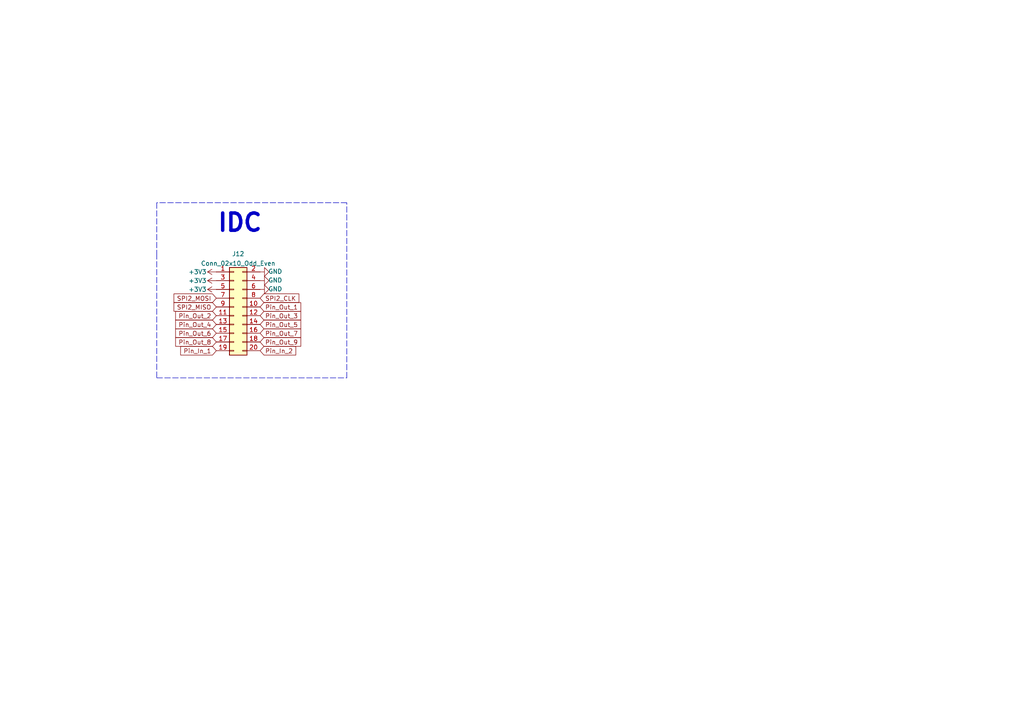
<source format=kicad_sch>
(kicad_sch (version 20211123) (generator eeschema)
  (paper "A4")
  (lib_symbols
    (symbol "Connector_Generic:Conn_02x10_Odd_Even" (pin_names (offset 1.016) hide)
      (property "Reference" "J" (at 1.27 12.7 0))
      (property "Value" "Conn_02x10_Odd_Even" (at 1.27 -15.24 0))
      (symbol "Conn_02x10_Odd_Even_1_1"
        (rectangle (start -1.27 -12.573) (end 0 -12.827) (stroke (width 0.1524)))
        (rectangle (start -1.27 -10.033) (end 0 -10.287) (stroke (width 0.1524)))
        (rectangle (start -1.27 -7.493) (end 0 -7.747) (stroke (width 0.1524)))
        (rectangle (start -1.27 -4.953) (end 0 -5.207) (stroke (width 0.1524)))
        (rectangle (start -1.27 -2.413) (end 0 -2.667) (stroke (width 0.1524)))
        (rectangle (start -1.27 0.127) (end 0 -0.127) (stroke (width 0.1524)))
        (rectangle (start -1.27 2.667) (end 0 2.413) (stroke (width 0.1524)))
        (rectangle (start -1.27 5.207) (end 0 4.953) (stroke (width 0.1524)))
        (rectangle (start -1.27 7.747) (end 0 7.493) (stroke (width 0.1524)))
        (rectangle (start -1.27 10.287) (end 0 10.033) (stroke (width 0.1524)))
        (rectangle (start -1.27 11.43) (end 3.81 -13.97) (stroke (width 0.254)) (fill (type background)))
        (rectangle (start 3.81 -12.573) (end 2.54 -12.827) (stroke (width 0.1524)))
        (rectangle (start 3.81 -10.033) (end 2.54 -10.287) (stroke (width 0.1524)))
        (rectangle (start 3.81 -7.493) (end 2.54 -7.747) (stroke (width 0.1524)))
        (rectangle (start 3.81 -4.953) (end 2.54 -5.207) (stroke (width 0.1524)))
        (rectangle (start 3.81 -2.413) (end 2.54 -2.667) (stroke (width 0.1524)))
        (rectangle (start 3.81 0.127) (end 2.54 -0.127) (stroke (width 0.1524)))
        (rectangle (start 3.81 2.667) (end 2.54 2.413) (stroke (width 0.1524)))
        (rectangle (start 3.81 5.207) (end 2.54 4.953) (stroke (width 0.1524)))
        (rectangle (start 3.81 7.747) (end 2.54 7.493) (stroke (width 0.1524)))
        (rectangle (start 3.81 10.287) (end 2.54 10.033) (stroke (width 0.1524)))
        (pin passive line (at -5.08 10.16 0) (length 3.81) (name "Pin_1") (number "1"))
        (pin passive line (at 7.62 0 180) (length 3.81) (name "Pin_10") (number "10"))
        (pin passive line (at -5.08 -2.54 0) (length 3.81) (name "Pin_11") (number "11"))
        (pin passive line (at 7.62 -2.54 180) (length 3.81) (name "Pin_12") (number "12"))
        (pin passive line (at -5.08 -5.08 0) (length 3.81) (name "Pin_13") (number "13"))
        (pin passive line (at 7.62 -5.08 180) (length 3.81) (name "Pin_14") (number "14"))
        (pin passive line (at -5.08 -7.62 0) (length 3.81) (name "Pin_15") (number "15"))
        (pin passive line (at 7.62 -7.62 180) (length 3.81) (name "Pin_16") (number "16"))
        (pin passive line (at -5.08 -10.16 0) (length 3.81) (name "Pin_17") (number "17"))
        (pin passive line (at 7.62 -10.16 180) (length 3.81) (name "Pin_18") (number "18"))
        (pin passive line (at -5.08 -12.7 0) (length 3.81) (name "Pin_19") (number "19"))
        (pin passive line (at 7.62 10.16 180) (length 3.81) (name "Pin_2") (number "2"))
        (pin passive line (at 7.62 -12.7 180) (length 3.81) (name "Pin_20") (number "20"))
        (pin passive line (at -5.08 7.62 0) (length 3.81) (name "Pin_3") (number "3"))
        (pin passive line (at 7.62 7.62 180) (length 3.81) (name "Pin_4") (number "4"))
        (pin passive line (at -5.08 5.08 0) (length 3.81) (name "Pin_5") (number "5"))
        (pin passive line (at 7.62 5.08 180) (length 3.81) (name "Pin_6") (number "6"))
        (pin passive line (at -5.08 2.54 0) (length 3.81) (name "Pin_7") (number "7"))
        (pin passive line (at 7.62 2.54 180) (length 3.81) (name "Pin_8") (number "8"))
        (pin passive line (at -5.08 0 0) (length 3.81) (name "Pin_9") (number "9"))
      )
    )
    (symbol "power:+3.3V" (power) (pin_names (offset 0))
      (property "Value" "+3.3V" (at 0 3.556 0))
      (symbol "+3.3V_0_1"
        (polyline (pts (xy -0.762 1.27) (xy 0 2.54)))
        (polyline (pts (xy 0 0) (xy 0 2.54)))
        (polyline (pts (xy 0 2.54) (xy 0.762 1.27)))
      )
      (symbol "+3.3V_1_1"
        (pin power_in line (at 0 0 90) (length 0) hide (name "+3V3") (number "1"))
      )
    )
    (symbol "power:GND" (power) (pin_names (offset 0))
      (property "Value" "GND" (at 0 -3.81 0))
      (symbol "GND_0_1"
        (polyline (pts (xy 0 0) (xy 0 -1.27) (xy 1.27 -1.27) (xy 0 -2.54) (xy -1.27 -1.27) (xy 0 -1.27)))
      )
      (symbol "GND_1_1"
        (pin power_in line (at 0 0 270) (length 0) hide (name "GND") (number "1"))
      )
    )
  )
  (polyline (pts (xy 100.584 58.801) (xy 45.466 58.801)))
  (polyline (pts (xy 100.584 109.601) (xy 100.584 58.801)))
  (polyline (pts (xy 45.466 73.533) (xy 45.466 109.601)))
  (polyline (pts (xy 45.466 109.601) (xy 100.584 109.601)))
  (polyline (pts (xy 45.466 58.801) (xy 45.466 73.533)))
  (text "IDC" (at 62.738 67.691 0) (effects (font (size 5.0038 5.0038) (thickness 1.0008) bold) (justify left bottom)))
  (global_label "Pin_Out_9" (shape input) (at 75.438 99.187 0) (property "Intersheet References" "${INTERSHEET_REFS}" (effects hide)))
  (global_label "SPI2_CLK" (shape input) (at 75.438 86.487 0) (property "Intersheet References" "${INTERSHEET_REFS}" (effects hide)))
  (global_label "Pin_Out_6" (shape input) (at 62.738 96.647 180) (property "Intersheet References" "${INTERSHEET_REFS}" (effects hide)))
  (global_label "SPI2_MOSI" (shape input) (at 62.738 86.487 180) (property "Intersheet References" "${INTERSHEET_REFS}" (effects hide)))
  (global_label "Pin_In_1" (shape input) (at 62.738 101.727 180) (property "Intersheet References" "${INTERSHEET_REFS}" (effects hide)))
  (global_label "Pin_In_2" (shape input) (at 75.438 101.727 0) (property "Intersheet References" "${INTERSHEET_REFS}" (effects hide)))
  (global_label "Pin_Out_1" (shape input) (at 75.438 89.027 0) (property "Intersheet References" "${INTERSHEET_REFS}" (effects hide)))
  (global_label "Pin_Out_7" (shape input) (at 75.438 96.647 0) (property "Intersheet References" "${INTERSHEET_REFS}" (effects hide)))
  (global_label "SPI2_MISO" (shape input) (at 62.738 89.027 180) (property "Intersheet References" "${INTERSHEET_REFS}" (effects hide)))
  (global_label "Pin_Out_2" (shape input) (at 62.738 91.567 180) (property "Intersheet References" "${INTERSHEET_REFS}" (effects hide)))
  (global_label "Pin_Out_5" (shape input) (at 75.438 94.107 0) (property "Intersheet References" "${INTERSHEET_REFS}" (effects hide)))
  (global_label "Pin_Out_8" (shape input) (at 62.738 99.187 180) (property "Intersheet References" "${INTERSHEET_REFS}" (effects hide)))
  (global_label "Pin_Out_3" (shape input) (at 75.438 91.567 0) (property "Intersheet References" "${INTERSHEET_REFS}" (effects hide)))
  (global_label "Pin_Out_4" (shape input) (at 62.738 94.107 180) (property "Intersheet References" "${INTERSHEET_REFS}" (effects hide)))
  (symbol (lib_id "power:+3.3V") (at 62.738 81.407 90) (unit 1)
    (property "Reference" "#PWR0359" (effects hide))
    (property "Value" "+3.3V" (at 57.277 81.407 90))
  )
  (symbol (lib_id "power:+3.3V") (at 62.738 83.947 90) (unit 1)
    (property "Reference" "#PWR0361" (effects hide))
    (property "Value" "+3.3V" (at 57.277 83.947 90))
  )
  (symbol (lib_id "power:GND") (at 75.438 83.947 90) (unit 1)
    (property "Reference" "#PWR0362" (effects hide))
    (property "Value" "GND" (at 79.8322 83.82 90))
  )
  (symbol (lib_id "power:GND") (at 75.438 81.407 90) (unit 1)
    (property "Reference" "#PWR0360" (effects hide))
    (property "Value" "GND" (at 79.8322 81.28 90))
  )
  (symbol (lib_id "power:+3.3V") (at 62.738 78.867 90) (unit 1)
    (property "Reference" "#PWR0357" (effects hide))
    (property "Value" "+3.3V" (at 57.277 78.867 90))
  )
  (symbol (lib_id "power:GND") (at 75.438 78.867 90) (unit 1)
    (property "Reference" "#PWR0358" (effects hide))
    (property "Value" "GND" (at 79.8322 78.74 90))
  )
  (symbol (lib_id "Connector_Generic:Conn_02x10_Odd_Even") (at 67.818 89.027 0) (unit 1)
    (property "Reference" "J12" (at 69.088 73.6305 0))
    (property "Value" "Conn_02x10_Odd_Even" (at 69.088 76.4056 0))
    (property "Footprint" "Connector_IDC:IDC-Header_2x10_P2.54mm_Vertical" (effects hide))
  )
)
</source>
